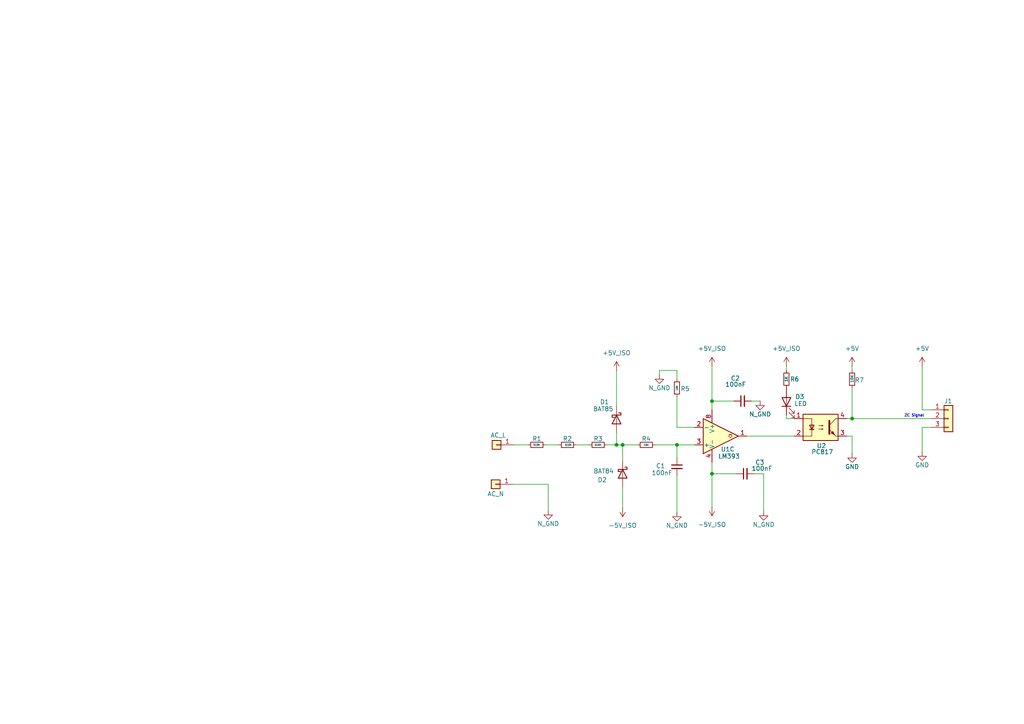
<source format=kicad_sch>
(kicad_sch (version 20231120) (generator "eeschema") (generator_version "8.0")
  (paper "A4")
  (title_block (title "Isolated Zero Crossing Detection") (rev "V1.0") (comment 1 "Design by SHEKHAR YADAV"))
  (lib_symbols
    (symbol "Comparator:LM393" (pin_names (offset 0.127))
      (property "Reference" "U" (at 3.81 3.81 0))
      (property "Value" "LM393" (at 6.35 -3.81 0))
      (symbol "LM393_1_1"
        (polyline (pts (xy -5.08 5.08) (xy 5.08 0) (xy -5.08 -5.08) (xy -5.08 5.08)) (stroke (width 0.254)) (fill (type background)))
        (polyline (pts (xy 3.302 -0.508) (xy 2.794 -0.508) (xy 3.302 0) (xy 2.794 0.508) (xy 2.286 0) (xy 2.794 -0.508) (xy 2.286 -0.508)) (stroke (width 0.127)))
        (pin open_collector line (at 7.62 0 180) (length 2.54) (name "~") (number "1"))
        (pin input line (at -7.62 -2.54 0) (length 2.54) (name "-") (number "2"))
        (pin input line (at -7.62 2.54 0) (length 2.54) (name "+") (number "3"))
      )
      (symbol "LM393_2_1"
        (polyline (pts (xy -5.08 5.08) (xy 5.08 0) (xy -5.08 -5.08) (xy -5.08 5.08)) (stroke (width 0.254)) (fill (type background)))
        (polyline (pts (xy 3.302 -0.508) (xy 2.794 -0.508) (xy 3.302 0) (xy 2.794 0.508) (xy 2.286 0) (xy 2.794 -0.508) (xy 2.286 -0.508)) (stroke (width 0.127)))
        (pin input line (at -7.62 2.54 0) (length 2.54) (name "+") (number "5"))
        (pin input line (at -7.62 -2.54 0) (length 2.54) (name "-") (number "6"))
        (pin open_collector line (at 7.62 0 180) (length 2.54) (name "~") (number "7"))
      )
      (symbol "LM393_3_1"
        (pin power_in line (at -2.54 -7.62 90) (length 3.81) (name "V-") (number "4"))
        (pin power_in line (at -2.54 7.62 270) (length 3.81) (name "V+") (number "8"))
      )
    )
    (symbol "Connector_Generic:Conn_01x01" (pin_names (offset 1.016) hide)
      (property "Reference" "J" (at 0 2.54 0))
      (property "Value" "Conn_01x01" (at 0 -2.54 0))
      (symbol "Conn_01x01_1_1"
        (rectangle (start -1.27 0.127) (end 0 -0.127) (stroke (width 0.1524)))
        (rectangle (start -1.27 1.27) (end 1.27 -1.27) (stroke (width 0.254)) (fill (type background)))
        (pin passive line (at -5.08 0 0) (length 3.81) (name "Pin_1") (number "1"))
      )
    )
    (symbol "Connector_Generic:Conn_01x03" (pin_names (offset 1.016) hide)
      (property "Reference" "J" (at 0 5.08 0))
      (property "Value" "Conn_01x03" (at 0 -5.08 0))
      (symbol "Conn_01x03_1_1"
        (rectangle (start -1.27 -2.413) (end 0 -2.667) (stroke (width 0.1524)))
        (rectangle (start -1.27 0.127) (end 0 -0.127) (stroke (width 0.1524)))
        (rectangle (start -1.27 2.667) (end 0 2.413) (stroke (width 0.1524)))
        (rectangle (start -1.27 3.81) (end 1.27 -3.81) (stroke (width 0.254)) (fill (type background)))
        (pin passive line (at -5.08 2.54 0) (length 3.81) (name "Pin_1") (number "1"))
        (pin passive line (at -5.08 0 0) (length 3.81) (name "Pin_2") (number "2"))
        (pin passive line (at -5.08 -2.54 0) (length 3.81) (name "Pin_3") (number "3"))
      )
    )
    (symbol "Device:C_Small" (pin_numbers hide) (pin_names (offset 0.254) hide)
      (property "Reference" "C" (at 0.254 1.778 0))
      (property "Value" "C_Small" (at 0.254 -2.032 0))
      (symbol "C_Small_0_1"
        (polyline (pts (xy -1.524 -0.508) (xy 1.524 -0.508)) (stroke (width 0.3302)))
        (polyline (pts (xy -1.524 0.508) (xy 1.524 0.508)) (stroke (width 0.3048)))
      )
      (symbol "C_Small_1_1"
        (pin passive line (at 0 2.54 270) (length 2.032) (name "~") (number "1"))
        (pin passive line (at 0 -2.54 90) (length 2.032) (name "~") (number "2"))
      )
    )
    (symbol "Device:LED" (pin_numbers hide) (pin_names (offset 1.016) hide)
      (property "Reference" "D" (at 0 2.54 0))
      (property "Value" "LED" (at 0 -2.54 0))
      (symbol "LED_0_1"
        (polyline (pts (xy -1.27 -1.27) (xy -1.27 1.27)) (stroke (width 0.254)))
        (polyline (pts (xy -1.27 0) (xy 1.27 0)))
        (polyline (pts (xy 1.27 -1.27) (xy 1.27 1.27) (xy -1.27 0) (xy 1.27 -1.27)) (stroke (width 0.254)))
        (polyline (pts (xy -3.048 -0.762) (xy -4.572 -2.286) (xy -3.81 -2.286) (xy -4.572 -2.286) (xy -4.572 -1.524)))
        (polyline (pts (xy -1.778 -0.762) (xy -3.302 -2.286) (xy -2.54 -2.286) (xy -3.302 -2.286) (xy -3.302 -1.524)))
      )
      (symbol "LED_1_1"
        (pin passive line (at -3.81 0 0) (length 2.54) (name "K") (number "1"))
        (pin passive line (at 3.81 0 180) (length 2.54) (name "A") (number "2"))
      )
    )
    (symbol "Device:R_Small" (pin_numbers hide) (pin_names (offset 0.254) hide)
      (property "Reference" "R" (at 0.762 0.508 0))
      (property "Value" "R_Small" (at 0.762 -1.016 0))
      (symbol "R_Small_0_1"
        (rectangle (start -0.762 1.778) (end 0.762 -1.778) (stroke (width 0.2032)))
      )
      (symbol "R_Small_1_1"
        (pin passive line (at 0 2.54 270) (length 0.762) (name "~") (number "1"))
        (pin passive line (at 0 -2.54 90) (length 0.762) (name "~") (number "2"))
      )
    )
    (symbol "Diode:SB120" (pin_numbers hide) (pin_names (offset 1.016) hide)
      (property "Reference" "D" (at 0 2.54 0))
      (property "Value" "SB120" (at 0 -2.54 0))
      (symbol "SB120_0_1"
        (polyline (pts (xy 1.27 0) (xy -1.27 0)))
        (polyline (pts (xy 1.27 1.27) (xy 1.27 -1.27) (xy -1.27 0) (xy 1.27 1.27)) (stroke (width 0.254)))
        (polyline (pts (xy -1.905 0.635) (xy -1.905 1.27) (xy -1.27 1.27) (xy -1.27 -1.27) (xy -0.635 -1.27) (xy -0.635 -0.635)) (stroke (width 0.254)))
      )
      (symbol "SB120_1_1"
        (pin passive line (at -3.81 0 0) (length 2.54) (name "K") (number "1"))
        (pin passive line (at 3.81 0 180) (length 2.54) (name "A") (number "2"))
      )
    )
    (symbol "Isolator:PC817" (pin_names (offset 1.016))
      (property "Reference" "U" (at -5.08 5.08 0))
      (property "Value" "PC817" (at 0 5.08 0))
      (symbol "PC817_0_1"
        (rectangle (start -5.08 3.81) (end 5.08 -3.81) (stroke (width 0.254)) (fill (type background)))
        (polyline (pts (xy -3.175 -0.635) (xy -1.905 -0.635)) (stroke (width 0.254)))
        (polyline (pts (xy 2.54 0.635) (xy 4.445 2.54)))
        (polyline (pts (xy 4.445 -2.54) (xy 2.54 -0.635)) (fill (type outline)))
        (polyline (pts (xy 4.445 -2.54) (xy 5.08 -2.54)))
        (polyline (pts (xy 4.445 2.54) (xy 5.08 2.54)))
        (polyline (pts (xy -5.08 2.54) (xy -2.54 2.54) (xy -2.54 -0.635)))
        (polyline (pts (xy -2.54 -0.635) (xy -2.54 -2.54) (xy -5.08 -2.54)))
        (polyline (pts (xy 2.54 1.905) (xy 2.54 -1.905) (xy 2.54 -1.905)) (stroke (width 0.508)))
        (polyline (pts (xy -2.54 -0.635) (xy -3.175 0.635) (xy -1.905 0.635) (xy -2.54 -0.635)) (stroke (width 0.254)))
        (polyline (pts (xy -0.508 -0.508) (xy 0.762 -0.508) (xy 0.381 -0.635) (xy 0.381 -0.381) (xy 0.762 -0.508)))
        (polyline (pts (xy -0.508 0.508) (xy 0.762 0.508) (xy 0.381 0.381) (xy 0.381 0.635) (xy 0.762 0.508)))
        (polyline (pts (xy 3.048 -1.651) (xy 3.556 -1.143) (xy 4.064 -2.159) (xy 3.048 -1.651) (xy 3.048 -1.651)) (fill (type outline)))
      )
      (symbol "PC817_1_1"
        (pin passive line (at -7.62 2.54 0) (length 2.54) (name "~") (number "1"))
        (pin passive line (at -7.62 -2.54 0) (length 2.54) (name "~") (number "2"))
        (pin passive line (at 7.62 -2.54 180) (length 2.54) (name "~") (number "3"))
        (pin passive line (at 7.62 2.54 180) (length 2.54) (name "~") (number "4"))
      )
    )
    (symbol "power:+5V" (power) (pin_numbers hide) (pin_names (offset 0) hide)
      (property "Value" "+5V" (at 0 3.556 0))
      (symbol "+5V_0_1"
        (polyline (pts (xy -0.762 1.27) (xy 0 2.54)))
        (polyline (pts (xy 0 0) (xy 0 2.54)))
        (polyline (pts (xy 0 2.54) (xy 0.762 1.27)))
      )
      (symbol "+5V_1_1"
        (pin power_in line (at 0 0 90) (length 0) (name "~") (number "1"))
      )
    )
    (symbol "power:GND" (power) (pin_numbers hide) (pin_names (offset 0) hide)
      (property "Value" "GND" (at 0 -3.81 0))
      (symbol "GND_0_1"
        (polyline (pts (xy 0 0) (xy 0 -1.27) (xy 1.27 -1.27) (xy 0 -2.54) (xy -1.27 -1.27) (xy 0 -1.27)))
      )
      (symbol "GND_1_1"
        (pin power_in line (at 0 0 270) (length 0) (name "~") (number "1"))
      )
    )
    (symbol "power:GND1" (power) (pin_numbers hide) (pin_names (offset 0) hide)
      (property "Value" "GND1" (at 0 -3.81 0))
      (symbol "GND1_0_1"
        (polyline (pts (xy 0 0) (xy 0 -1.27) (xy 1.27 -1.27) (xy 0 -2.54) (xy -1.27 -1.27) (xy 0 -1.27)))
      )
      (symbol "GND1_1_1"
        (pin power_in line (at 0 0 270) (length 0) (name "~") (number "1"))
      )
    )
  )
  (junction (at 196.342 129.032))
  (junction (at 180.594 129.032))
  (junction (at 206.502 116.332))
  (junction (at 247.142 121.412))
  (junction (at 206.502 137.414))
  (junction (at 178.816 129.032))
  (wire (pts (xy 178.816 129.032) (xy 180.594 129.032)))
  (wire (pts (xy 159.004 140.462) (xy 159.004 148.082)))
  (wire (pts (xy 196.342 107.442) (xy 191.262 107.442)))
  (wire (pts (xy 245.618 121.412) (xy 247.142 121.412)))
  (wire (pts (xy 217.932 116.332) (xy 220.472 116.332)))
  (wire (pts (xy 180.594 141.224) (xy 180.594 147.32)))
  (wire (pts (xy 180.594 129.032) (xy 184.912 129.032)))
  (wire (pts (xy 149.098 129.032) (xy 153.162 129.032)))
  (wire (pts (xy 216.662 126.492) (xy 230.378 126.492)))
  (wire (pts (xy 178.816 125.476) (xy 178.816 129.032)))
  (wire (pts (xy 148.844 140.462) (xy 159.004 140.462)))
  (wire (pts (xy 228.092 106.172) (xy 228.092 107.442)))
  (wire (pts (xy 201.422 123.952) (xy 196.342 123.952)))
  (wire (pts (xy 267.462 123.952) (xy 267.462 131.064)))
  (wire (pts (xy 247.142 106.172) (xy 247.142 107.442)))
  (wire (pts (xy 178.816 107.442) (xy 178.816 117.856)))
  (wire (pts (xy 206.502 118.872) (xy 206.502 116.332)))
  (wire (pts (xy 247.142 112.522) (xy 247.142 121.412)))
  (wire (pts (xy 230.378 121.412) (xy 228.092 121.412)))
  (wire (pts (xy 270.002 118.872) (xy 267.462 118.872)))
  (wire (pts (xy 196.342 129.032) (xy 196.342 132.842)))
  (wire (pts (xy 206.502 106.172) (xy 206.502 116.332)))
  (wire (pts (xy 158.242 129.032) (xy 162.052 129.032)))
  (wire (pts (xy 245.618 126.492) (xy 247.142 126.492)))
  (wire (pts (xy 206.502 116.332) (xy 212.852 116.332)))
  (wire (pts (xy 247.142 126.492) (xy 247.142 131.572)))
  (wire (pts (xy 167.132 129.032) (xy 170.942 129.032)))
  (wire (pts (xy 196.342 137.922) (xy 196.342 148.59)))
  (wire (pts (xy 176.022 129.032) (xy 178.816 129.032)))
  (wire (pts (xy 201.422 129.032) (xy 196.342 129.032)))
  (wire (pts (xy 206.502 137.414) (xy 213.614 137.414)))
  (wire (pts (xy 180.594 129.032) (xy 180.594 133.604)))
  (wire (pts (xy 221.488 137.414) (xy 218.694 137.414)))
  (wire (pts (xy 196.342 123.952) (xy 196.342 115.062)))
  (wire (pts (xy 221.488 148.336) (xy 221.488 137.414)))
  (wire (pts (xy 191.262 107.442) (xy 191.262 108.712)))
  (wire (pts (xy 228.092 121.412) (xy 228.092 120.396)))
  (wire (pts (xy 228.092 112.776) (xy 228.092 112.522)))
  (wire (pts (xy 267.462 118.872) (xy 267.462 106.172)))
  (wire (pts (xy 270.002 123.952) (xy 267.462 123.952)))
  (wire (pts (xy 270.002 121.412) (xy 247.142 121.412)))
  (wire (pts (xy 206.502 137.414) (xy 206.502 134.112)))
  (wire (pts (xy 206.502 137.414) (xy 206.502 147.066)))
  (wire (pts (xy 196.342 129.032) (xy 189.992 129.032)))
  (wire (pts (xy 196.342 109.982) (xy 196.342 107.442)))
  (text "ZC Signal" (at 265.176 120.65 0) (effects (font (size 0.762 0.762))))
  (symbol (lib_id "Device:R_Small") (at 228.092 109.982 180) (unit 1)
    (property "Reference" "R6" (at 229.108 109.982 0) (effects (justify right)))
    (property "Value" "1K" (at 228.092 110.744 90) (effects (font (size 0.762 0.762)) (justify right)))
    (property "Footprint" "Resistor_SMD:R_0805_2012Metric" (effects (hide yes)))
    (property "Description" "Resistor, small symbol" (effects (hide yes)))
  )
  (symbol (lib_id "Device:C_Small") (at 216.154 137.414 90) (unit 1)
    (property "Reference" "C3" (at 221.742 134.112 90) (effects (justify left)))
    (property "Value" "100nF" (at 224.028 135.89 90) (effects (justify left)))
    (property "Footprint" "Capacitor_SMD:C_0805_2012Metric" (effects (hide yes)))
    (property "Description" "Unpolarized capacitor, small symbol" (effects (hide yes)))
  )
  (symbol (lib_id "power:GND1") (at 220.472 116.332 0) (unit 1)
    (property "Reference" "#PWR04" (effects (hide yes)))
    (property "Value" "N_GND" (at 220.472 120.142 0))
    (property "Description" "Power symbol creates a global label with name \"GND1\" , ground" (effects (hide yes)))
  )
  (symbol (lib_id "power:+5V") (at 206.502 106.172 0) (unit 1)
    (property "Reference" "#PWR011" (effects (hide yes)))
    (property "Value" "+5V_ISO" (at 206.502 101.092 0))
    (property "Description" "Power symbol creates a global label with name \"+5V\"" (effects (hide yes)))
  )
  (symbol (lib_id "Device:R_Small") (at 187.452 129.032 90) (unit 1)
    (property "Reference" "R4" (at 187.452 127.254 90))
    (property "Value" "10K" (at 187.452 129.032 90) (effects (font (size 0.508 0.508))))
    (property "Footprint" "Resistor_SMD:R_0805_2012Metric" (effects (hide yes)))
    (property "Description" "Resistor, small symbol" (effects (hide yes)))
  )
  (symbol (lib_id "power:GND") (at 267.462 131.064 0) (unit 1)
    (property "Reference" "#PWR09" (effects (hide yes)))
    (property "Value" "GND" (at 267.462 134.874 0))
    (property "Description" "Power symbol creates a global label with name \"GND\" , ground" (effects (hide yes)))
  )
  (symbol (lib_id "power:+5V") (at 206.502 147.066 180) (unit 1)
    (property "Reference" "#PWR012" (effects (hide yes)))
    (property "Value" "-5V_ISO" (at 206.502 152.146 0))
    (property "Description" "Power symbol creates a global label with name \"+5V\"" (effects (hide yes)))
  )
  (symbol (lib_id "Connector_Generic:Conn_01x01") (at 144.018 129.032 180) (unit 1)
    (property "Reference" "J3" (effects (hide yes)))
    (property "Value" "AC_L" (at 144.526 126.238 0))
    (property "Footprint" "Connector_Pin:Pin_D1.0mm_L10.0mm" (effects (hide yes)))
    (property "Description" "Generic connector, single row, 01x01, script generated (kicad-library-utils/schlib/autogen/connector/)" (effects (hide yes)))
  )
  (symbol (lib_id "Isolator:PC817") (at 237.998 123.952 0) (unit 1)
    (property "Reference" "U2" (at 238.252 129.286 0))
    (property "Value" "PC817" (at 238.506 131.064 0))
    (property "Footprint" "PC817X4NIP1B:SOIC254P960X420-4N" (effects (hide yes)))
    (property "Datasheet" "http://www.soselectronic.cz/a_info/resource/d/pc817.pdf" (effects (hide yes)))
    (property "Description" "DC Optocoupler, Vce 35V, CTR 50-300%, DIP-4" (effects (hide yes)))
  )
  (symbol (lib_id "power:GND1") (at 159.004 148.082 0) (unit 1)
    (property "Reference" "#PWR01" (effects (hide yes)))
    (property "Value" "N_GND" (at 159.004 151.892 0))
    (property "Description" "Power symbol creates a global label with name \"GND1\" , ground" (effects (hide yes)))
  )
  (symbol (lib_id "power:+5V") (at 180.594 147.32 180) (unit 1)
    (property "Reference" "#PWR014" (effects (hide yes)))
    (property "Value" "-5V_ISO" (at 180.594 152.4 0))
    (property "Description" "Power symbol creates a global label with name \"+5V\"" (effects (hide yes)))
  )
  (symbol (lib_id "Device:R_Small") (at 164.592 129.032 90) (unit 1)
    (property "Reference" "R2" (at 164.592 127.254 90))
    (property "Value" "510K" (at 164.846 129.032 90) (effects (font (size 0.508 0.508))))
    (property "Footprint" "Resistor_SMD:R_0805_2012Metric" (effects (hide yes)))
    (property "Description" "Resistor, small symbol" (effects (hide yes)))
  )
  (symbol (lib_id "power:GND1") (at 221.488 148.336 0) (unit 1)
    (property "Reference" "#PWR03" (effects (hide yes)))
    (property "Value" "N_GND" (at 221.488 152.146 0))
    (property "Description" "Power symbol creates a global label with name \"GND1\" , ground" (effects (hide yes)))
  )
  (symbol (lib_id "Connector_Generic:Conn_01x03") (at 275.082 121.412 0) (unit 1)
    (property "Reference" "J1" (at 273.812 116.332 0) (effects (justify left)))
    (property "Value" "Conn_01x03" (effects (hide yes)))
    (property "Footprint" "Connector_PinSocket_2.54mm:PinSocket_1x03_P2.54mm_Vertical" (effects (hide yes)))
    (property "Description" "Generic connector, single row, 01x03, script generated (kicad-library-utils/schlib/autogen/connector/)" (effects (hide yes)))
  )
  (symbol (lib_id "Device:R_Small") (at 155.702 129.032 90) (unit 1)
    (property "Reference" "R1" (at 155.702 127.254 90))
    (property "Value" "510K" (at 155.702 129.032 90) (effects (font (size 0.508 0.508))))
    (property "Footprint" "Resistor_SMD:R_0805_2012Metric" (effects (hide yes)))
    (property "Description" "Resistor, small symbol" (effects (hide yes)))
  )
  (symbol (lib_id "Device:C_Small") (at 215.392 116.332 90) (unit 1)
    (property "Reference" "C2" (at 214.63 109.728 90) (effects (justify left)))
    (property "Value" "100nF" (at 216.408 111.506 90) (effects (justify left)))
    (property "Footprint" "Capacitor_SMD:C_0805_2012Metric" (effects (hide yes)))
    (property "Description" "Unpolarized capacitor, small symbol" (effects (hide yes)))
  )
  (symbol (lib_id "Diode:SB120") (at 178.816 121.666 270) (unit 1)
    (property "Reference" "D1" (at 173.99 116.586 90) (effects (justify left)))
    (property "Value" "BAT85" (at 171.958 118.618 90) (effects (justify left)))
    (property "Footprint" "Diode_SMD:D_0805_2012Metric" (effects (hide yes)))
    (property "Datasheet" "http://www.diodes.com/_files/datasheets/ds23022.pdf" (effects (hide yes)))
    (property "Description" "20V 1A Schottky Barrier Rectifier Diode, DO-41" (effects (hide yes)))
  )
  (symbol (lib_id "Connector_Generic:Conn_01x01") (at 143.764 140.462 180) (unit 1)
    (property "Reference" "J2" (effects (hide yes)))
    (property "Value" "AC_N" (at 143.764 143.256 0))
    (property "Footprint" "Connector_Pin:Pin_D1.0mm_L10.0mm" (effects (hide yes)))
    (property "Description" "Generic connector, single row, 01x01, script generated (kicad-library-utils/schlib/autogen/connector/)" (effects (hide yes)))
  )
  (symbol (lib_id "power:GND1") (at 191.262 108.712 0) (unit 1)
    (property "Reference" "#PWR05" (effects (hide yes)))
    (property "Value" "N_GND" (at 191.262 112.522 0))
    (property "Description" "Power symbol creates a global label with name \"GND1\" , ground" (effects (hide yes)))
  )
  (symbol (lib_id "Comparator:LM393") (at 209.042 126.492 0) (unit 3)
    (property "Reference" "U1" (at 209.042 130.302 0) (effects (justify left)))
    (property "Value" "LM393" (at 208.28 132.334 0) (effects (justify left)))
    (property "Footprint" "LM393D:SOIC127P600X175-8N" (effects (hide yes)))
    (property "Datasheet" "http://www.ti.com/lit/ds/symlink/lm393.pdf" (effects (hide yes)))
    (property "Description" "Low-Power, Low-Offset Voltage, Dual Comparators, DIP-8/SOIC-8/TO-99-8" (effects (hide yes)))
  )
  (symbol (lib_id "power:GND") (at 247.142 131.572 0) (unit 1)
    (property "Reference" "#PWR08" (effects (hide yes)))
    (property "Value" "GND" (at 247.142 135.382 0))
    (property "Description" "Power symbol creates a global label with name \"GND\" , ground" (effects (hide yes)))
  )
  (symbol (lib_id "power:+5V") (at 267.462 106.172 0) (unit 1)
    (property "Reference" "#PWR010" (effects (hide yes)))
    (property "Value" "+5V" (at 267.462 101.092 0))
    (property "Description" "Power symbol creates a global label with name \"+5V\"" (effects (hide yes)))
  )
  (symbol (lib_id "power:GND1") (at 196.342 148.59 0) (unit 1)
    (property "Reference" "#PWR02" (effects (hide yes)))
    (property "Value" "N_GND" (at 196.342 152.4 0))
    (property "Description" "Power symbol creates a global label with name \"GND1\" , ground" (effects (hide yes)))
  )
  (symbol (lib_id "Device:C_Small") (at 196.342 135.382 0) (unit 1)
    (property "Reference" "C1" (at 190.246 135.128 0) (effects (justify left)))
    (property "Value" "100nF" (at 188.976 137.16 0) (effects (justify left)))
    (property "Footprint" "Capacitor_SMD:C_0805_2012Metric" (effects (hide yes)))
    (property "Description" "Unpolarized capacitor, small symbol" (effects (hide yes)))
  )
  (symbol (lib_id "Device:R_Small") (at 196.342 112.522 180) (unit 1)
    (property "Reference" "R5" (at 197.358 112.776 0) (effects (justify right)))
    (property "Value" "10K" (at 196.342 113.284 90) (effects (font (size 0.508 0.508)) (justify right)))
    (property "Footprint" "Resistor_SMD:R_0805_2012Metric" (effects (hide yes)))
    (property "Description" "Resistor, small symbol" (effects (hide yes)))
  )
  (symbol (lib_id "Comparator:LM393") (at 209.042 126.492 0) (mirror x) (unit 1)
    (property "Reference" "U1" (effects (hide yes)))
    (property "Value" "LM393" (effects (hide yes)))
    (property "Footprint" "LM393D:SOIC127P600X175-8N" (effects (hide yes)))
    (property "Datasheet" "http://www.ti.com/lit/ds/symlink/lm393.pdf" (effects (hide yes)))
    (property "Description" "Low-Power, Low-Offset Voltage, Dual Comparators, DIP-8/SOIC-8/TO-99-8" (effects (hide yes)))
  )
  (symbol (lib_id "Diode:SB120") (at 180.594 137.414 270) (unit 1)
    (property "Reference" "D2" (at 176.022 139.192 90) (effects (justify right)))
    (property "Value" "BAT84" (at 178.054 136.652 90) (effects (justify right)))
    (property "Footprint" "Diode_SMD:D_0805_2012Metric" (effects (hide yes)))
    (property "Datasheet" "http://www.diodes.com/_files/datasheets/ds23022.pdf" (effects (hide yes)))
    (property "Description" "20V 1A Schottky Barrier Rectifier Diode, DO-41" (effects (hide yes)))
  )
  (symbol (lib_id "power:+5V") (at 178.816 107.442 0) (unit 1)
    (property "Reference" "#PWR013" (effects (hide yes)))
    (property "Value" "+5V_ISO" (at 178.816 102.362 0))
    (property "Description" "Power symbol creates a global label with name \"+5V\"" (effects (hide yes)))
  )
  (symbol (lib_id "Device:R_Small") (at 247.142 109.982 180) (unit 1)
    (property "Reference" "R7" (at 247.904 110.236 0) (effects (justify right)))
    (property "Value" "10K" (at 247.142 110.998 90) (effects (font (size 0.762 0.762)) (justify right)))
    (property "Footprint" "Resistor_SMD:R_0805_2012Metric" (effects (hide yes)))
    (property "Description" "Resistor, small symbol" (effects (hide yes)))
  )
  (symbol (lib_id "Device:R_Small") (at 173.482 129.032 90) (unit 1)
    (property "Reference" "R3" (at 173.482 127.254 90))
    (property "Value" "510K" (at 173.482 129.032 90) (effects (font (size 0.508 0.508))))
    (property "Footprint" "Resistor_SMD:R_0805_2012Metric" (effects (hide yes)))
    (property "Description" "Resistor, small symbol" (effects (hide yes)))
  )
  (symbol (lib_id "power:+5V") (at 247.142 106.172 0) (unit 1)
    (property "Reference" "#PWR06" (effects (hide yes)))
    (property "Value" "+5V" (at 247.142 101.092 0))
    (property "Description" "Power symbol creates a global label with name \"+5V\"" (effects (hide yes)))
  )
  (symbol (lib_id "power:+5V") (at 228.092 106.172 0) (unit 1)
    (property "Reference" "#PWR07" (effects (hide yes)))
    (property "Value" "+5V_ISO" (at 228.092 101.092 0))
    (property "Description" "Power symbol creates a global label with name \"+5V\"" (effects (hide yes)))
  )
  (symbol (lib_id "Device:LED") (at 228.092 116.586 90) (unit 1)
    (property "Reference" "D3" (at 230.632 115.062 90) (effects (justify right)))
    (property "Value" "LED" (at 230.378 117.094 90) (effects (justify right)))
    (property "Footprint" "LED_SMD:LED_0603_1608Metric" (effects (hide yes)))
    (property "Description" "Light emitting diode" (effects (hide yes)))
  )
)
</source>
